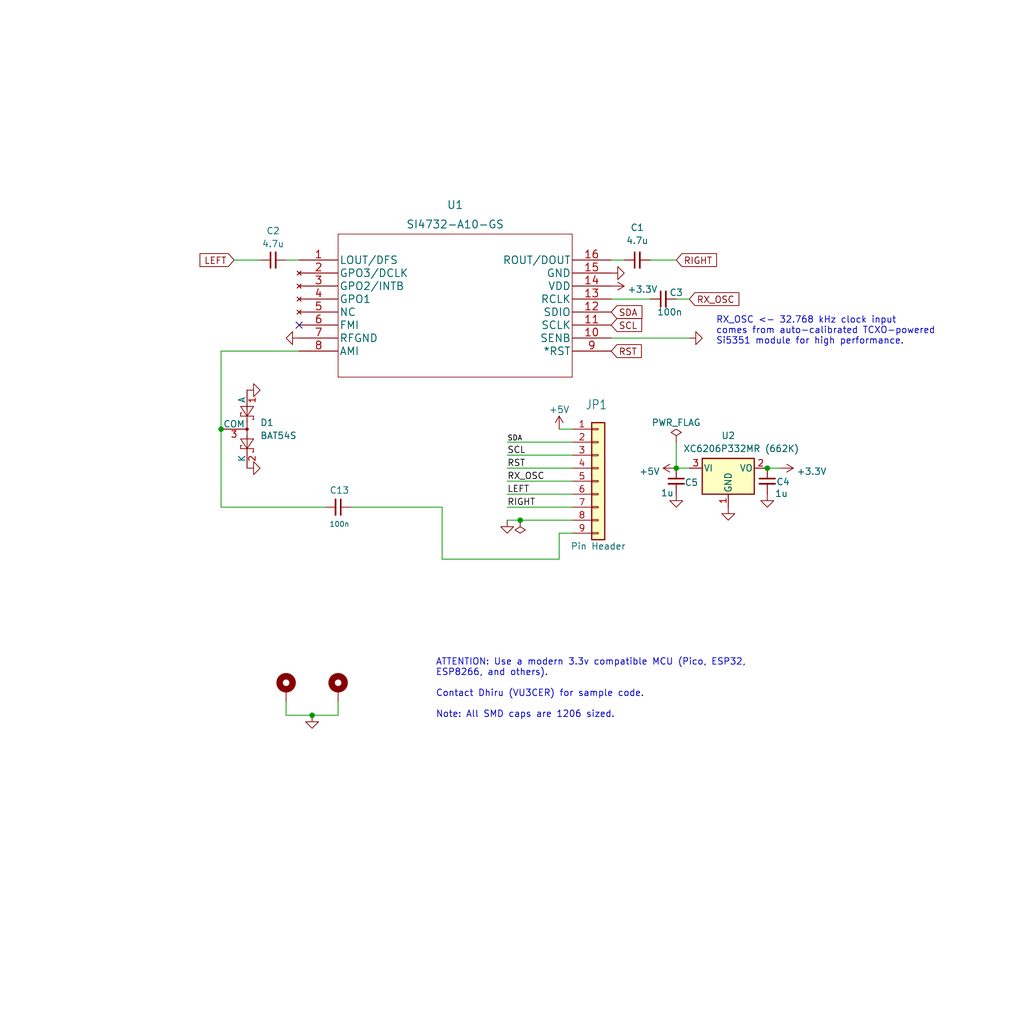
<source format=kicad_sch>
(kicad_sch (version 20231120) (generator "eeschema") (generator_version "8.0")
  (paper "User" 200 200)
  (title_block (title "Breakout board (BoB) for Si4732 for HF") (date "2024-01-18") (rev "v4.02") (company "Dhiru Kholia (VU3CER)"))
  (lib_symbols
    (symbol "2022-12-04_04-36-26:SI4732-A10-GS" (pin_names (offset 0.254))
      (property "Reference" "U" (at 30.48 10.16 0))
      (property "Value" "SI4732-A10-GS" (at 30.48 7.62 0))
      (symbol "SI4732-A10-GS_1_1"
        (polyline (pts (xy 7.62 -22.86) (xy 53.34 -22.86)) (stroke (width 0.127)))
        (polyline (pts (xy 7.62 5.08) (xy 7.62 -22.86)) (stroke (width 0.127)))
        (polyline (pts (xy 53.34 -22.86) (xy 53.34 5.08)) (stroke (width 0.127)))
        (polyline (pts (xy 53.34 5.08) (xy 7.62 5.08)) (stroke (width 0.127)))
        (pin output line (at 0 0 0) (length 7.62) (name "LOUT/DFS") (number "1"))
        (pin power_in line (at 60.96 -15.24 180) (length 7.62) (name "SENB") (number "10"))
        (pin bidirectional line (at 60.96 -12.7 180) (length 7.62) (name "SCLK") (number "11"))
        (pin bidirectional line (at 60.96 -10.16 180) (length 7.62) (name "SDIO") (number "12"))
        (pin input line (at 60.96 -7.62 180) (length 7.62) (name "RCLK") (number "13"))
        (pin power_in line (at 60.96 -5.08 180) (length 7.62) (name "VDD") (number "14"))
        (pin power_in line (at 60.96 -2.54 180) (length 7.62) (name "GND") (number "15"))
        (pin output line (at 60.96 0 180) (length 7.62) (name "ROUT/DOUT") (number "16"))
        (pin no_connect line (at 0 -2.54 0) (length 7.62) (name "GPO3/DCLK") (number "2"))
        (pin no_connect line (at 0 -5.08 0) (length 7.62) (name "GPO2/INTB") (number "3"))
        (pin no_connect line (at 0 -7.62 0) (length 7.62) (name "GPO1") (number "4"))
        (pin no_connect line (at 0 -10.16 0) (length 7.62) (name "NC") (number "5"))
        (pin unspecified line (at 0 -12.7 0) (length 7.62) (name "FMI") (number "6"))
        (pin power_in line (at 0 -15.24 0) (length 7.62) (name "RFGND") (number "7"))
        (pin input line (at 0 -17.78 0) (length 7.62) (name "AMI") (number "8"))
        (pin input line (at 60.96 -17.78 180) (length 7.62) (name "*RST") (number "9"))
      )
    )
    (symbol "Connector_Generic:Conn_01x09" (pin_names (offset 1.016) hide)
      (property "Reference" "J" (at 0 12.7 0))
      (property "Value" "Conn_01x09" (at 0 -12.7 0))
      (symbol "Conn_01x09_1_1"
        (rectangle (start -1.27 -10.033) (end 0 -10.287) (stroke (width 0.1524)))
        (rectangle (start -1.27 -7.493) (end 0 -7.747) (stroke (width 0.1524)))
        (rectangle (start -1.27 -4.953) (end 0 -5.207) (stroke (width 0.1524)))
        (rectangle (start -1.27 -2.413) (end 0 -2.667) (stroke (width 0.1524)))
        (rectangle (start -1.27 0.127) (end 0 -0.127) (stroke (width 0.1524)))
        (rectangle (start -1.27 2.667) (end 0 2.413) (stroke (width 0.1524)))
        (rectangle (start -1.27 5.207) (end 0 4.953) (stroke (width 0.1524)))
        (rectangle (start -1.27 7.747) (end 0 7.493) (stroke (width 0.1524)))
        (rectangle (start -1.27 10.287) (end 0 10.033) (stroke (width 0.1524)))
        (rectangle (start -1.27 11.43) (end 1.27 -11.43) (stroke (width 0.254)) (fill (type background)))
        (pin passive line (at -5.08 10.16 0) (length 3.81) (name "Pin_1") (number "1"))
        (pin passive line (at -5.08 7.62 0) (length 3.81) (name "Pin_2") (number "2"))
        (pin passive line (at -5.08 5.08 0) (length 3.81) (name "Pin_3") (number "3"))
        (pin passive line (at -5.08 2.54 0) (length 3.81) (name "Pin_4") (number "4"))
        (pin passive line (at -5.08 0 0) (length 3.81) (name "Pin_5") (number "5"))
        (pin passive line (at -5.08 -2.54 0) (length 3.81) (name "Pin_6") (number "6"))
        (pin passive line (at -5.08 -5.08 0) (length 3.81) (name "Pin_7") (number "7"))
        (pin passive line (at -5.08 -7.62 0) (length 3.81) (name "Pin_8") (number "8"))
        (pin passive line (at -5.08 -10.16 0) (length 3.81) (name "Pin_9") (number "9"))
      )
    )
    (symbol "Device:C_Small" (pin_numbers hide) (pin_names (offset 0.254) hide)
      (property "Reference" "C" (at 0.254 1.778 0))
      (property "Value" "C_Small" (at 0.254 -2.032 0))
      (symbol "C_Small_0_1"
        (polyline (pts (xy -1.524 -0.508) (xy 1.524 -0.508)) (stroke (width 0.3302)))
        (polyline (pts (xy -1.524 0.508) (xy 1.524 0.508)) (stroke (width 0.3048)))
      )
      (symbol "C_Small_1_1"
        (pin passive line (at 0 2.54 270) (length 2.032) (name "~") (number "1"))
        (pin passive line (at 0 -2.54 90) (length 2.032) (name "~") (number "2"))
      )
    )
    (symbol "Diode:BAT54S" (pin_names (offset 0))
      (property "Reference" "D" (at 2.54 -5.08 0))
      (property "Value" "BAT54S" (at -6.35 3.175 0))
      (symbol "BAT54S_0_1"
        (polyline (pts (xy -3.81 0) (xy -1.27 0)))
        (polyline (pts (xy -3.175 -1.27) (xy -3.175 -1.016)))
        (polyline (pts (xy -2.54 -1.27) (xy -3.175 -1.27)))
        (polyline (pts (xy -2.54 -1.27) (xy -2.54 1.27)))
        (polyline (pts (xy -2.54 1.27) (xy -1.905 1.27)))
        (polyline (pts (xy -1.905 0) (xy 1.905 0)))
        (polyline (pts (xy -1.905 1.27) (xy -1.905 1.016)))
        (polyline (pts (xy 1.27 0) (xy 3.81 0)))
        (polyline (pts (xy 3.175 -1.27) (xy 3.175 -1.016)))
        (polyline (pts (xy 3.81 -1.27) (xy 3.175 -1.27)))
        (polyline (pts (xy 3.81 -1.27) (xy 3.81 1.27)))
        (polyline (pts (xy 3.81 1.27) (xy 4.445 1.27)))
        (polyline (pts (xy 4.445 1.27) (xy 4.445 1.016)))
        (polyline (pts (xy -4.445 1.27) (xy -4.445 -1.27) (xy -2.54 0) (xy -4.445 1.27)))
        (polyline (pts (xy 1.905 1.27) (xy 1.905 -1.27) (xy 3.81 0) (xy 1.905 1.27)))
        (circle (center 0 0) (radius 0.254) (fill (type outline)))
      )
      (symbol "BAT54S_1_1"
        (pin passive line (at -7.62 0 0) (length 3.81) (name "A") (number "1"))
        (pin passive line (at 7.62 0 180) (length 3.81) (name "K") (number "2"))
        (pin passive line (at 0 -5.08 90) (length 5.08) (name "COM") (number "3"))
      )
    )
    (symbol "Mechanical:MountingHole_Pad" (pin_numbers hide) (pin_names (offset 1.016) hide)
      (property "Reference" "H" (at 0 6.35 0))
      (property "Value" "MountingHole_Pad" (at 0 4.445 0))
      (symbol "MountingHole_Pad_0_1"
        (circle (center 0 1.27) (radius 1.27) (stroke (width 1.27)))
      )
      (symbol "MountingHole_Pad_1_1"
        (pin input line (at 0 -2.54 90) (length 2.54) (name "1") (number "1"))
      )
    )
    (symbol "Regulator_Linear:MCP1700x-330xxTT" (pin_names (offset 0.254))
      (property "Reference" "U" (at -3.81 3.175 0))
      (property "Value" "MCP1700x-330xxTT" (at 0 3.175 0))
      (symbol "MCP1700x-330xxTT_0_1"
        (rectangle (start -5.08 1.905) (end 5.08 -5.08) (stroke (width 0.254)) (fill (type background)))
      )
      (symbol "MCP1700x-330xxTT_1_1"
        (pin power_in line (at 0 -7.62 90) (length 2.54) (name "GND") (number "1"))
        (pin power_out line (at 7.62 0 180) (length 2.54) (name "VO") (number "2"))
        (pin power_in line (at -7.62 0 0) (length 2.54) (name "VI") (number "3"))
      )
    )
    (symbol "power:+3.3V" (power) (pin_names (offset 0))
      (property "Value" "+3.3V" (at 0 3.556 0))
      (symbol "+3.3V_0_1"
        (polyline (pts (xy -0.762 1.27) (xy 0 2.54)))
        (polyline (pts (xy 0 0) (xy 0 2.54)))
        (polyline (pts (xy 0 2.54) (xy 0.762 1.27)))
      )
      (symbol "+3.3V_1_1"
        (pin power_in line (at 0 0 90) (length 0) hide (name "+3.3V") (number "1"))
      )
    )
    (symbol "power:+5V" (power) (pin_names (offset 0))
      (property "Value" "+5V" (at 0 3.556 0))
      (symbol "+5V_0_1"
        (polyline (pts (xy -0.762 1.27) (xy 0 2.54)))
        (polyline (pts (xy 0 0) (xy 0 2.54)))
        (polyline (pts (xy 0 2.54) (xy 0.762 1.27)))
      )
      (symbol "+5V_1_1"
        (pin power_in line (at 0 0 90) (length 0) hide (name "+5V") (number "1"))
      )
    )
    (symbol "power:GND" (power) (pin_names (offset 0))
      (property "Value" "GND" (at 0 -3.81 0))
      (symbol "GND_0_1"
        (polyline (pts (xy 0 0) (xy 0 -1.27) (xy 1.27 -1.27) (xy 0 -2.54) (xy -1.27 -1.27) (xy 0 -1.27)))
      )
      (symbol "GND_1_1"
        (pin power_in line (at 0 0 270) (length 0) hide (name "GND") (number "1"))
      )
    )
    (symbol "power:PWR_FLAG" (power) (pin_numbers hide) (pin_names (offset 0) hide)
      (property "Value" "PWR_FLAG" (at 0 3.81 0))
      (symbol "PWR_FLAG_0_0"
        (pin power_out line (at 0 0 90) (length 0) (name "pwr") (number "1"))
      )
      (symbol "PWR_FLAG_0_1"
        (polyline (pts (xy 0 0) (xy 0 1.27) (xy -1.016 1.905) (xy 0 2.54) (xy 1.016 1.905) (xy 0 1.27)))
      )
    )
  )
  (junction (at 149.86 91.44))
  (junction (at 60.96 139.7))
  (junction (at 43.18 83.82))
  (junction (at 132.08 91.44))
  (junction (at 101.6 101.6))
  (no_connect (at 58.42 63.5))
  (wire (pts (xy 119.38 58.42) (xy 127 58.42)))
  (wire (pts (xy 109.22 104.14) (xy 109.22 109.22)))
  (wire (pts (xy 99.06 91.44) (xy 111.76 91.44)))
  (wire (pts (xy 99.06 93.98) (xy 111.76 93.98)))
  (wire (pts (xy 86.36 99.06) (xy 86.36 109.22)))
  (wire (pts (xy 109.22 83.82) (xy 111.76 83.82)))
  (wire (pts (xy 68.58 99.06) (xy 86.36 99.06)))
  (wire (pts (xy 119.38 66.04) (xy 134.62 66.04)))
  (wire (pts (xy 55.88 137.16) (xy 55.88 139.7)))
  (wire (pts (xy 109.22 104.14) (xy 111.76 104.14)))
  (wire (pts (xy 66.04 137.16) (xy 66.04 139.7)))
  (wire (pts (xy 132.08 86.36) (xy 132.08 91.44)))
  (wire (pts (xy 60.96 139.7) (xy 55.88 139.7)))
  (wire (pts (xy 58.42 68.58) (xy 43.18 68.58)))
  (wire (pts (xy 132.08 91.44) (xy 134.62 91.44)))
  (wire (pts (xy 101.6 101.6) (xy 111.76 101.6)))
  (wire (pts (xy 99.06 101.6) (xy 101.6 101.6)))
  (wire (pts (xy 132.08 58.42) (xy 134.62 58.42)))
  (wire (pts (xy 99.06 99.06) (xy 111.76 99.06)))
  (wire (pts (xy 149.86 91.44) (xy 152.4 91.44)))
  (wire (pts (xy 55.88 50.8) (xy 58.42 50.8)))
  (wire (pts (xy 99.06 96.52) (xy 111.76 96.52)))
  (wire (pts (xy 43.18 83.82) (xy 43.18 99.06)))
  (wire (pts (xy 43.18 99.06) (xy 63.5 99.06)))
  (wire (pts (xy 99.06 88.9) (xy 111.76 88.9)))
  (wire (pts (xy 66.04 139.7) (xy 60.96 139.7)))
  (wire (pts (xy 43.18 68.58) (xy 43.18 83.82)))
  (wire (pts (xy 99.06 86.36) (xy 111.76 86.36)))
  (wire (pts (xy 86.36 109.22) (xy 109.22 109.22)))
  (wire (pts (xy 119.38 50.8) (xy 121.92 50.8)))
  (wire (pts (xy 127 50.8) (xy 132.08 50.8)))
  (wire (pts (xy 45.72 50.8) (xy 50.8 50.8)))
  (text "RX_OSC <- 32.768 kHz clock input\ncomes from auto-calibrated TCXO-powered\nSi5351 module for high performance." (at 139.827 67.437 0) (effects (font (size 1.27 1.27)) (justify left bottom)))
  (text "ATTENTION: Use a modern 3.3v compatible MCU (Pico, ESP32, \nESP8266, and others).\n\nContact Dhiru (VU3CER) for sample code.\n\nNote: All SMD caps are 1206 sized." (at 85.09 140.3604 0) (effects (font (size 1.27 1.27)) (justify left bottom)))
  (label "RST" (at 99.06 91.44 0) (effects (font (size 1.2446 1.2446))))
  (label "SDA" (at 99.06 86.36 0) (effects (font (size 1 1))))
  (label "SCL" (at 99.06 88.9 0) (effects (font (size 1.2446 1.2446))))
  (label "RX_OSC" (at 99.06 93.98 0) (effects (font (size 1.2446 1.2446))))
  (label "LEFT" (at 99.06 96.52 0) (effects (font (size 1.2446 1.2446))))
  (label "RIGHT" (at 99.06 99.06 0) (effects (font (size 1.2446 1.2446))))
  (global_label "RST" (shape input) (at 119.38 68.58 0) (property "Intersheetrefs" "${INTERSHEET_REFS}" (effects (hide yes))))
  (global_label "RX_OSC" (shape input) (at 134.62 58.42 0) (property "Intersheetrefs" "${INTERSHEET_REFS}" (effects (hide yes))))
  (global_label "SDA" (shape input) (at 119.38 60.96 0) (property "Intersheetrefs" "${INTERSHEET_REFS}" (effects (hide yes))))
  (global_label "RIGHT" (shape input) (at 132.08 50.8 0) (property "Intersheetrefs" "${INTERSHEET_REFS}" (effects (hide yes))))
  (global_label "SCL" (shape input) (at 119.38 63.5 0) (property "Intersheetrefs" "${INTERSHEET_REFS}" (effects (hide yes))))
  (global_label "LEFT" (shape input) (at 45.72 50.8 180) (property "Intersheetrefs" "${INTERSHEET_REFS}" (effects (hide yes))))
  (symbol (lib_id "Mechanical:MountingHole_Pad") (at 55.88 134.62 0) (unit 1)
    (property "Reference" "H1" (effects (hide yes)))
    (property "Value" "MountingHole_Pad" (effects (hide yes)))
    (property "Footprint" "MountingHole:MountingHole_2.2mm_M2_Pad_Via" (effects (hide yes)))
  )
  (symbol (lib_id "Mechanical:MountingHole_Pad") (at 66.04 134.62 0) (unit 1)
    (property "Reference" "H2" (effects (hide yes)))
    (property "Value" "MountingHole_Pad" (effects (hide yes)))
    (property "Footprint" "MountingHole:MountingHole_2.2mm_M2_Pad_Via" (effects (hide yes)))
  )
  (symbol (lib_id "Device:C_Small") (at 66.04 99.06 270) (unit 1)
    (property "Reference" "C13" (at 66.294 95.758 90))
    (property "Value" "100n" (at 66.294 102.362 90) (effects (font (size 1 1))))
    (property "Footprint" "Capacitor_SMD:C_1206_3216Metric_Pad1.33x1.80mm_HandSolder" (effects (hide yes)))
    (property "Sim.Device" "SPICE" (effects (hide yes)))
    (property "Sim.Params" "type=\"\" model=\"100n\" lib=\"\"" (effects (hide yes)))
    (property "Sim.Pins" "1=1 2=2" (effects (hide yes)))
  )
  (symbol (lib_id "power:+5V") (at 109.22 83.82 0) (unit 1)
    (property "Reference" "#PWR0107" (effects (hide yes)))
    (property "Value" "+5V" (at 109.22 80.01 0))
  )
  (symbol (lib_id "power:GND") (at 134.62 66.04 90) (unit 1)
    (property "Reference" "#PWR0102" (effects (hide yes)))
    (property "Value" "GND" (effects (hide yes)))
  )
  (symbol (lib_id "power:GND") (at 149.86 96.52 0) (unit 1)
    (property "Reference" "#PWR03" (effects (hide yes)))
    (property "Value" "GND" (effects (hide yes)))
  )
  (symbol (lib_id "power:GND") (at 60.96 139.7 0) (unit 1)
    (property "Reference" "#PWR010" (effects (hide yes)))
    (property "Value" "GND" (effects (hide yes)))
  )
  (symbol (lib_id "power:PWR_FLAG") (at 101.6 101.6 180) (unit 1)
    (property "Reference" "#FLG01" (effects (hide yes)))
    (property "Value" "PWR_FLAG" (effects (hide yes)))
  )
  (symbol (lib_id "power:GND") (at 99.06 101.6 0) (unit 1)
    (property "Reference" "#U$0101" (effects (hide yes)))
    (property "Value" "GND" (effects (hide yes)))
    (property "Footprint" "Adafruit Si5351A:" (effects (hide yes)))
  )
  (symbol (lib_id "Device:C_Small") (at 124.46 50.8 90) (unit 1)
    (property "Reference" "C1" (at 124.4663 44.45 90))
    (property "Value" "4.7u" (at 124.4663 46.99 90))
    (property "Footprint" "Capacitor_SMD:C_1206_3216Metric_Pad1.33x1.80mm_HandSolder" (effects (hide yes)))
  )
  (symbol (lib_id "power:PWR_FLAG") (at 132.08 86.36 0) (unit 1)
    (property "Reference" "#FLG0102" (effects (hide yes)))
    (property "Value" "PWR_FLAG" (at 132.08 82.55 0))
  )
  (symbol (lib_id "power:GND") (at 48.26 91.44 90) (unit 1)
    (property "Reference" "#U$02" (effects (hide yes)))
    (property "Value" "GND" (effects (hide yes)))
    (property "Footprint" "Adafruit Si5351A:" (effects (hide yes)))
  )
  (symbol (lib_id "Device:C_Small") (at 129.54 58.42 90) (unit 1)
    (property "Reference" "C3" (at 132.08 57.15 90))
    (property "Value" "100n" (at 130.81 60.96 90))
    (property "Footprint" "Capacitor_SMD:C_1206_3216Metric_Pad1.33x1.80mm_HandSolder" (effects (hide yes)))
    (property "Sim.Device" "SPICE" (effects (hide yes)))
    (property "Sim.Params" "type=\"\" model=\"100n\" lib=\"\"" (effects (hide yes)))
    (property "Sim.Pins" "1=1 2=2" (effects (hide yes)))
  )
  (symbol (lib_id "power:GND") (at 58.42 66.04 270) (unit 1)
    (property "Reference" "#U$021" (effects (hide yes)))
    (property "Value" "GND" (effects (hide yes)))
    (property "Footprint" "Adafruit Si5351A:" (effects (hide yes)))
  )
  (symbol (lib_id "Device:C_Small") (at 132.08 93.98 0) (unit 1)
    (property "Reference" "C5" (at 136.398 94.234 0) (effects (justify right)))
    (property "Value" "1u" (at 129.032 96.266 0) (effects (justify left)))
    (property "Footprint" "Capacitor_SMD:C_1206_3216Metric_Pad1.33x1.80mm_HandSolder" (effects (hide yes)))
    (property "Description" "Unpolarized capacitor, small symbol" (effects (hide yes)))
  )
  (symbol (lib_id "power:+5V") (at 132.08 91.44 90) (unit 1)
    (property "Reference" "#PWR0105" (effects (hide yes)))
    (property "Value" "+5V" (at 128.905 92.075 90) (effects (justify left)))
  )
  (symbol (lib_id "power:GND") (at 119.38 53.34 90) (unit 1)
    (property "Reference" "#PWR0104" (effects (hide yes)))
    (property "Value" "GND" (effects (hide yes)))
  )
  (symbol (lib_id "power:GND") (at 142.24 99.06 0) (unit 1)
    (property "Reference" "#PWR0106" (effects (hide yes)))
    (property "Value" "GND" (effects (hide yes)))
  )
  (symbol (lib_id "Device:C_Small") (at 53.34 50.8 90) (unit 1)
    (property "Reference" "C2" (at 53.3463 45.085 90))
    (property "Value" "4.7u" (at 53.3463 47.625 90))
    (property "Footprint" "Capacitor_SMD:C_1206_3216Metric_Pad1.33x1.80mm_HandSolder" (effects (hide yes)))
  )
  (symbol (lib_id "power:+3.3V") (at 152.4 91.44 270) (unit 1)
    (property "Reference" "#PWR0103" (effects (hide yes)))
    (property "Value" "+3.3V" (at 155.575 92.075 90) (effects (justify left)))
  )
  (symbol (lib_id "power:GND") (at 132.08 96.52 0) (unit 1)
    (property "Reference" "#PWR02" (effects (hide yes)))
    (property "Value" "GND" (effects (hide yes)))
  )
  (symbol (lib_id "power:GND") (at 48.26 76.2 90) (unit 1)
    (property "Reference" "#U$01" (effects (hide yes)))
    (property "Value" "GND" (effects (hide yes)))
    (property "Footprint" "Adafruit Si5351A:" (effects (hide yes)))
  )
  (symbol (lib_id "Regulator_Linear:MCP1700x-330xxTT") (at 142.24 91.44 0) (unit 1)
    (property "Reference" "U2" (at 142.24 85.09 0))
    (property "Value" "XC6206P332MR (662K)" (at 144.78 87.63 0))
    (property "Footprint" "Package_TO_SOT_SMD:SOT-23_Handsoldering" (effects (hide yes)))
    (property "Datasheet" "http://ww1.microchip.com/downloads/en/DeviceDoc/20001826D.pdf" (effects (hide yes)))
    (property "Description" "250mA Low Quiscent Current LDO, 3.3V output, SOT-23" (effects (hide yes)))
  )
  (symbol (lib_id "Diode:BAT54S") (at 48.26 83.82 270) (unit 1)
    (property "Reference" "D1" (at 50.8 82.55 90) (effects (justify left)))
    (property "Value" "BAT54S" (at 50.8 85.09 90) (effects (justify left)))
    (property "Footprint" "Package_TO_SOT_SMD:SOT-23_Handsoldering" (effects (hide yes)))
    (property "Datasheet" "https://www.diodes.com/assets/Datasheets/ds11005.pdf" (effects (hide yes)))
  )
  (symbol (lib_id "2022-12-04_04-36-26:SI4732-A10-GS") (at 58.42 50.8 0) (unit 1)
    (property "Reference" "U1" (at 88.9 40.005 0) (effects (font (size 1.524 1.524))))
    (property "Value" "SI4732-A10-GS" (at 88.9 43.815 0) (effects (font (size 1.524 1.524))))
    (property "Footprint" "PCM_Package_SO_AKL:SOIC-16_3.9x9.9mm_P1.27mm" (effects (hide yes)))
  )
  (symbol (lib_id "Device:C_Small") (at 149.86 93.98 0) (unit 1)
    (property "Reference" "C4" (at 154.305 94.107 0) (effects (justify right)))
    (property "Value" "1u" (at 153.924 96.393 0) (effects (justify right)))
    (property "Footprint" "Capacitor_SMD:C_1206_3216Metric_Pad1.33x1.80mm_HandSolder" (effects (hide yes)))
    (property "Description" "Unpolarized capacitor, small symbol" (effects (hide yes)))
  )
  (symbol (lib_id "Connector_Generic:Conn_01x09") (at 116.84 93.98 0) (unit 1)
    (property "Reference" "JP1" (at 114.3 80.01 0) (effects (font (size 1.778 1.5113)) (justify left bottom)))
    (property "Value" "Pin Header" (at 116.84 106.68 0))
    (property "Footprint" "footprints:PinSocket_1x09_P2.54mm_Vertical_Custom" (effects (hide yes)))
  )
  (symbol (lib_id "power:+3.3V") (at 119.38 55.88 270) (unit 1)
    (property "Reference" "#PWR0101" (effects (hide yes)))
    (property "Value" "+3.3V" (at 122.555 56.515 90) (effects (justify left)))
  )
)
</source>
